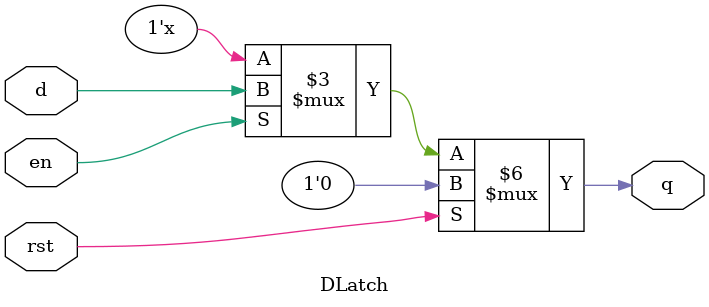
<source format=v>
module DLatch (
    input en, d, rst,
    output reg q
);

    always @ (en or d or rst)
        if (rst)
            q <= 0;
        else
            if (en)
                q <= d;
            else
                q <= q;

endmodule
</source>
